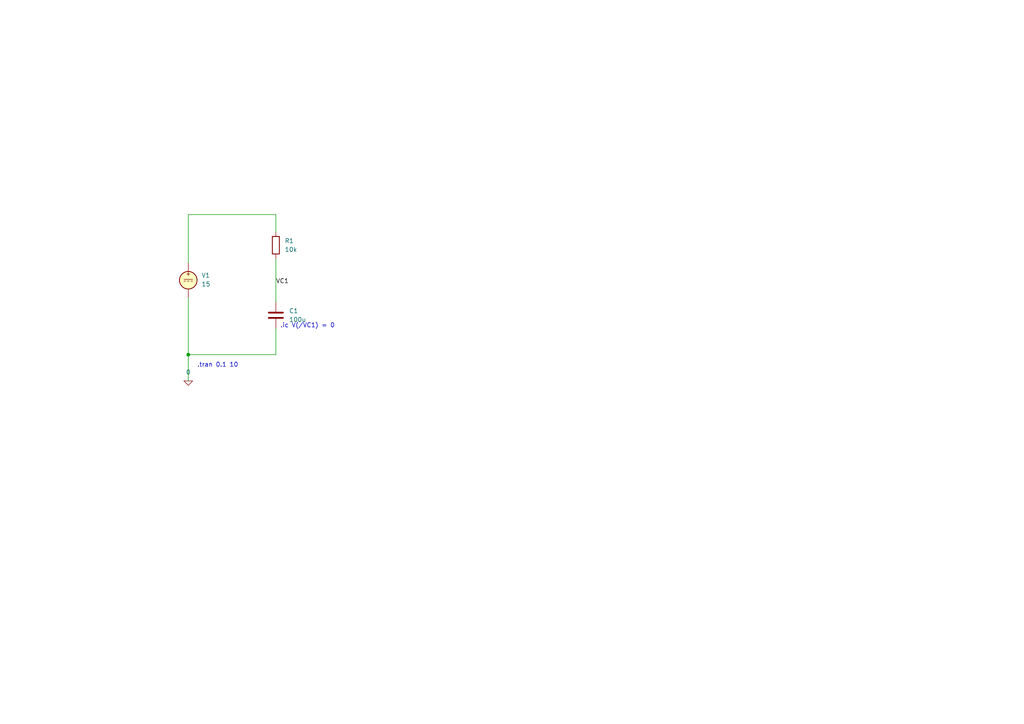
<source format=kicad_sch>
(kicad_sch (version 20230121) (generator eeschema)
  (paper "A4")
  (lib_symbols
    (symbol "Device:C" (pin_numbers hide) (pin_names (offset 0.254))
      (property "Reference" "C" (at 0.635 2.54 0))
      (property "Value" "C" (at 0.635 -2.54 0))
      (symbol "C_0_1"
        (polyline (pts (xy -2.032 -0.762) (xy 2.032 -0.762)) (stroke (width 0.508)))
        (polyline (pts (xy -2.032 0.762) (xy 2.032 0.762)) (stroke (width 0.508)))
      )
      (symbol "C_1_1"
        (pin passive line (at 0 3.81 270) (length 2.794) (name "~") (number "1"))
        (pin passive line (at 0 -3.81 90) (length 2.794) (name "~") (number "2"))
      )
    )
    (symbol "Device:R" (pin_numbers hide) (pin_names (offset 0))
      (property "Reference" "R" (at 2.032 0 90))
      (property "Value" "R" (at 0 0 90))
      (symbol "R_0_1"
        (rectangle (start -1.016 -2.54) (end 1.016 2.54) (stroke (width 0.254)))
      )
      (symbol "R_1_1"
        (pin passive line (at 0 3.81 270) (length 1.27) (name "~") (number "1"))
        (pin passive line (at 0 -3.81 90) (length 1.27) (name "~") (number "2"))
      )
    )
    (symbol "Simulation_SPICE:0" (power) (pin_names (offset 0))
      (property "Value" "0" (at 0 -1.778 0))
      (symbol "0_0_1"
        (polyline (pts (xy -1.27 0) (xy 0 -1.27) (xy 1.27 0) (xy -1.27 0)))
      )
      (symbol "0_1_1"
        (pin power_in line (at 0 0 0) (length 0) hide (name "0") (number "1"))
      )
    )
    (symbol "Simulation_SPICE:VDC" (pin_numbers hide) (pin_names (offset 0.0254))
      (property "Reference" "V" (at 2.54 2.54 0))
      (property "Value" "1" (at 2.54 0 0))
      (symbol "VDC_0_0"
        (polyline (pts (xy -1.27 0.254) (xy 1.27 0.254)))
        (polyline (pts (xy -0.762 -0.254) (xy -1.27 -0.254)))
        (polyline (pts (xy 0.254 -0.254) (xy -0.254 -0.254)))
        (polyline (pts (xy 1.27 -0.254) (xy 0.762 -0.254)))
        (text "+" (at 0 1.905 0) (effects (font (size 1.27 1.27))))
      )
      (symbol "VDC_0_1"
        (circle (center 0 0) (radius 2.54) (stroke (width 0.254)) (fill (type background)))
      )
      (symbol "VDC_1_1"
        (pin passive line (at 0 5.08 270) (length 2.54) (name "~") (number "1"))
        (pin passive line (at 0 -5.08 90) (length 2.54) (name "~") (number "2"))
      )
    )
  )
  (junction (at 54.61 102.87))
  (wire (pts (xy 80.01 74.93) (xy 80.01 87.63)))
  (wire (pts (xy 54.61 62.23) (xy 80.01 62.23)))
  (wire (pts (xy 54.61 102.87) (xy 54.61 110.49)))
  (wire (pts (xy 54.61 102.87) (xy 54.61 86.36)))
  (wire (pts (xy 54.61 76.2) (xy 54.61 62.23)))
  (wire (pts (xy 80.01 62.23) (xy 80.01 67.31)))
  (wire (pts (xy 80.01 102.87) (xy 54.61 102.87)))
  (wire (pts (xy 80.01 95.25) (xy 80.01 102.87)))
  (text ".tran 0.1 10" (at 57.15 106.68 0) (effects (font (size 1.27 1.27)) (justify left bottom)))
  (text ".ic V(/VC1) = 0" (at 81.28 95.25 0) (effects (font (size 1.27 1.27)) (justify left bottom)))
  (label "VC1" (at 80.01 82.55 0))
  (symbol (lib_id "Simulation_SPICE:VDC") (at 54.61 81.28 0) (unit 1)
    (property "Reference" "V1" (at 58.42 79.8802 0) (effects (justify left)))
    (property "Value" "15" (at 58.42 82.4202 0) (effects (justify left)))
    (property "Sim.Pins" "1=+ 2=-" (effects hide))
    (property "Sim.Type" "DC" (effects hide))
    (property "Sim.Device" "V" (effects hide))
  )
  (symbol (lib_id "Simulation_SPICE:0") (at 54.61 110.49 0) (unit 1)
    (property "Reference" "#GND01" (effects hide))
    (property "Value" "0" (at 54.61 107.95 0))
  )
  (symbol (lib_id "Device:R") (at 80.01 71.12 0) (unit 1)
    (property "Reference" "R1" (at 82.55 69.85 0) (effects (justify left)))
    (property "Value" "10k" (at 82.55 72.39 0) (effects (justify left)))
  )
  (symbol (lib_id "Device:C") (at 80.01 91.44 0) (unit 1)
    (property "Reference" "C1" (at 83.82 90.17 0) (effects (justify left)))
    (property "Value" "100u" (at 83.82 92.71 0) (effects (justify left)))
    (property "Sim.Device" "C" (effects hide))
    (property "Sim.Pins" "1=+ 2=-" (effects hide))
  )
)
</source>
